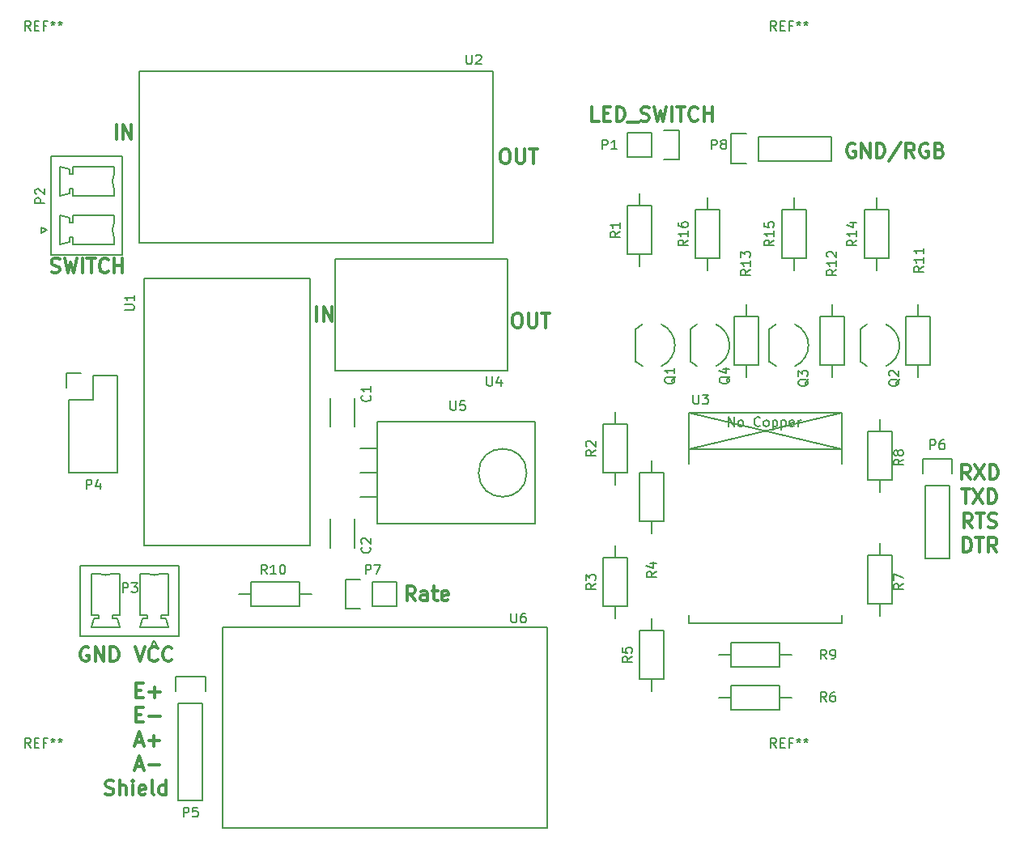
<source format=gbr>
G04 #@! TF.GenerationSoftware,KiCad,Pcbnew,5.0.2-bee76a0~70~ubuntu18.04.1*
G04 #@! TF.CreationDate,2019-05-07T12:57:47+02:00*
G04 #@! TF.ProjectId,pcb_wifi,7063625f-7769-4666-992e-6b696361645f,rev?*
G04 #@! TF.SameCoordinates,Original*
G04 #@! TF.FileFunction,Legend,Top*
G04 #@! TF.FilePolarity,Positive*
%FSLAX46Y46*%
G04 Gerber Fmt 4.6, Leading zero omitted, Abs format (unit mm)*
G04 Created by KiCad (PCBNEW 5.0.2-bee76a0~70~ubuntu18.04.1) date Di 07 Mai 2019 12:57:47 CEST*
%MOMM*%
%LPD*%
G01*
G04 APERTURE LIST*
%ADD10C,0.300000*%
%ADD11C,0.150000*%
%ADD12C,0.152400*%
G04 APERTURE END LIST*
D10*
X122960000Y-72203571D02*
X123245714Y-72203571D01*
X123388571Y-72275000D01*
X123531428Y-72417857D01*
X123602857Y-72703571D01*
X123602857Y-73203571D01*
X123531428Y-73489285D01*
X123388571Y-73632142D01*
X123245714Y-73703571D01*
X122960000Y-73703571D01*
X122817142Y-73632142D01*
X122674285Y-73489285D01*
X122602857Y-73203571D01*
X122602857Y-72703571D01*
X122674285Y-72417857D01*
X122817142Y-72275000D01*
X122960000Y-72203571D01*
X124245714Y-72203571D02*
X124245714Y-73417857D01*
X124317142Y-73560714D01*
X124388571Y-73632142D01*
X124531428Y-73703571D01*
X124817142Y-73703571D01*
X124960000Y-73632142D01*
X125031428Y-73560714D01*
X125102857Y-73417857D01*
X125102857Y-72203571D01*
X125602857Y-72203571D02*
X126460000Y-72203571D01*
X126031428Y-73703571D02*
X126031428Y-72203571D01*
X102084285Y-73068571D02*
X102084285Y-71568571D01*
X102798571Y-73068571D02*
X102798571Y-71568571D01*
X103655714Y-73068571D01*
X103655714Y-71568571D01*
X121690000Y-55058571D02*
X121975714Y-55058571D01*
X122118571Y-55130000D01*
X122261428Y-55272857D01*
X122332857Y-55558571D01*
X122332857Y-56058571D01*
X122261428Y-56344285D01*
X122118571Y-56487142D01*
X121975714Y-56558571D01*
X121690000Y-56558571D01*
X121547142Y-56487142D01*
X121404285Y-56344285D01*
X121332857Y-56058571D01*
X121332857Y-55558571D01*
X121404285Y-55272857D01*
X121547142Y-55130000D01*
X121690000Y-55058571D01*
X122975714Y-55058571D02*
X122975714Y-56272857D01*
X123047142Y-56415714D01*
X123118571Y-56487142D01*
X123261428Y-56558571D01*
X123547142Y-56558571D01*
X123690000Y-56487142D01*
X123761428Y-56415714D01*
X123832857Y-56272857D01*
X123832857Y-55058571D01*
X124332857Y-55058571D02*
X125190000Y-55058571D01*
X124761428Y-56558571D02*
X124761428Y-55058571D01*
X81129285Y-54018571D02*
X81129285Y-52518571D01*
X81843571Y-54018571D02*
X81843571Y-52518571D01*
X82700714Y-54018571D01*
X82700714Y-52518571D01*
X83169285Y-119630000D02*
X83883571Y-119630000D01*
X83026428Y-120058571D02*
X83526428Y-118558571D01*
X84026428Y-120058571D01*
X84526428Y-119487142D02*
X85669285Y-119487142D01*
X83169285Y-117090000D02*
X83883571Y-117090000D01*
X83026428Y-117518571D02*
X83526428Y-116018571D01*
X84026428Y-117518571D01*
X84526428Y-116947142D02*
X85669285Y-116947142D01*
X85097857Y-117518571D02*
X85097857Y-116375714D01*
X83205000Y-114192857D02*
X83705000Y-114192857D01*
X83919285Y-114978571D02*
X83205000Y-114978571D01*
X83205000Y-113478571D01*
X83919285Y-113478571D01*
X84562142Y-114407142D02*
X85705000Y-114407142D01*
X83205000Y-111652857D02*
X83705000Y-111652857D01*
X83919285Y-112438571D02*
X83205000Y-112438571D01*
X83205000Y-110938571D01*
X83919285Y-110938571D01*
X84562142Y-111867142D02*
X85705000Y-111867142D01*
X85133571Y-112438571D02*
X85133571Y-111295714D01*
X80006428Y-122527142D02*
X80220714Y-122598571D01*
X80577857Y-122598571D01*
X80720714Y-122527142D01*
X80792142Y-122455714D01*
X80863571Y-122312857D01*
X80863571Y-122170000D01*
X80792142Y-122027142D01*
X80720714Y-121955714D01*
X80577857Y-121884285D01*
X80292142Y-121812857D01*
X80149285Y-121741428D01*
X80077857Y-121670000D01*
X80006428Y-121527142D01*
X80006428Y-121384285D01*
X80077857Y-121241428D01*
X80149285Y-121170000D01*
X80292142Y-121098571D01*
X80649285Y-121098571D01*
X80863571Y-121170000D01*
X81506428Y-122598571D02*
X81506428Y-121098571D01*
X82149285Y-122598571D02*
X82149285Y-121812857D01*
X82077857Y-121670000D01*
X81935000Y-121598571D01*
X81720714Y-121598571D01*
X81577857Y-121670000D01*
X81506428Y-121741428D01*
X82863571Y-122598571D02*
X82863571Y-121598571D01*
X82863571Y-121098571D02*
X82792142Y-121170000D01*
X82863571Y-121241428D01*
X82935000Y-121170000D01*
X82863571Y-121098571D01*
X82863571Y-121241428D01*
X84149285Y-122527142D02*
X84006428Y-122598571D01*
X83720714Y-122598571D01*
X83577857Y-122527142D01*
X83506428Y-122384285D01*
X83506428Y-121812857D01*
X83577857Y-121670000D01*
X83720714Y-121598571D01*
X84006428Y-121598571D01*
X84149285Y-121670000D01*
X84220714Y-121812857D01*
X84220714Y-121955714D01*
X83506428Y-122098571D01*
X85077857Y-122598571D02*
X84935000Y-122527142D01*
X84863571Y-122384285D01*
X84863571Y-121098571D01*
X86292142Y-122598571D02*
X86292142Y-121098571D01*
X86292142Y-122527142D02*
X86149285Y-122598571D01*
X85863571Y-122598571D01*
X85720714Y-122527142D01*
X85649285Y-122455714D01*
X85577857Y-122312857D01*
X85577857Y-121884285D01*
X85649285Y-121741428D01*
X85720714Y-121670000D01*
X85863571Y-121598571D01*
X86149285Y-121598571D01*
X86292142Y-121670000D01*
X83090000Y-107128571D02*
X83590000Y-108628571D01*
X84090000Y-107128571D01*
X85447142Y-108485714D02*
X85375714Y-108557142D01*
X85161428Y-108628571D01*
X85018571Y-108628571D01*
X84804285Y-108557142D01*
X84661428Y-108414285D01*
X84590000Y-108271428D01*
X84518571Y-107985714D01*
X84518571Y-107771428D01*
X84590000Y-107485714D01*
X84661428Y-107342857D01*
X84804285Y-107200000D01*
X85018571Y-107128571D01*
X85161428Y-107128571D01*
X85375714Y-107200000D01*
X85447142Y-107271428D01*
X86947142Y-108485714D02*
X86875714Y-108557142D01*
X86661428Y-108628571D01*
X86518571Y-108628571D01*
X86304285Y-108557142D01*
X86161428Y-108414285D01*
X86090000Y-108271428D01*
X86018571Y-107985714D01*
X86018571Y-107771428D01*
X86090000Y-107485714D01*
X86161428Y-107342857D01*
X86304285Y-107200000D01*
X86518571Y-107128571D01*
X86661428Y-107128571D01*
X86875714Y-107200000D01*
X86947142Y-107271428D01*
X78232142Y-107200000D02*
X78089285Y-107128571D01*
X77875000Y-107128571D01*
X77660714Y-107200000D01*
X77517857Y-107342857D01*
X77446428Y-107485714D01*
X77375000Y-107771428D01*
X77375000Y-107985714D01*
X77446428Y-108271428D01*
X77517857Y-108414285D01*
X77660714Y-108557142D01*
X77875000Y-108628571D01*
X78017857Y-108628571D01*
X78232142Y-108557142D01*
X78303571Y-108485714D01*
X78303571Y-107985714D01*
X78017857Y-107985714D01*
X78946428Y-108628571D02*
X78946428Y-107128571D01*
X79803571Y-108628571D01*
X79803571Y-107128571D01*
X80517857Y-108628571D02*
X80517857Y-107128571D01*
X80875000Y-107128571D01*
X81089285Y-107200000D01*
X81232142Y-107342857D01*
X81303571Y-107485714D01*
X81375000Y-107771428D01*
X81375000Y-107985714D01*
X81303571Y-108271428D01*
X81232142Y-108414285D01*
X81089285Y-108557142D01*
X80875000Y-108628571D01*
X80517857Y-108628571D01*
X74355000Y-67917142D02*
X74569285Y-67988571D01*
X74926428Y-67988571D01*
X75069285Y-67917142D01*
X75140714Y-67845714D01*
X75212142Y-67702857D01*
X75212142Y-67560000D01*
X75140714Y-67417142D01*
X75069285Y-67345714D01*
X74926428Y-67274285D01*
X74640714Y-67202857D01*
X74497857Y-67131428D01*
X74426428Y-67060000D01*
X74355000Y-66917142D01*
X74355000Y-66774285D01*
X74426428Y-66631428D01*
X74497857Y-66560000D01*
X74640714Y-66488571D01*
X74997857Y-66488571D01*
X75212142Y-66560000D01*
X75712142Y-66488571D02*
X76069285Y-67988571D01*
X76355000Y-66917142D01*
X76640714Y-67988571D01*
X76997857Y-66488571D01*
X77569285Y-67988571D02*
X77569285Y-66488571D01*
X78069285Y-66488571D02*
X78926428Y-66488571D01*
X78497857Y-67988571D02*
X78497857Y-66488571D01*
X80283571Y-67845714D02*
X80212142Y-67917142D01*
X79997857Y-67988571D01*
X79855000Y-67988571D01*
X79640714Y-67917142D01*
X79497857Y-67774285D01*
X79426428Y-67631428D01*
X79355000Y-67345714D01*
X79355000Y-67131428D01*
X79426428Y-66845714D01*
X79497857Y-66702857D01*
X79640714Y-66560000D01*
X79855000Y-66488571D01*
X79997857Y-66488571D01*
X80212142Y-66560000D01*
X80283571Y-66631428D01*
X80926428Y-67988571D02*
X80926428Y-66488571D01*
X80926428Y-67202857D02*
X81783571Y-67202857D01*
X81783571Y-67988571D02*
X81783571Y-66488571D01*
X112379285Y-102278571D02*
X111879285Y-101564285D01*
X111522142Y-102278571D02*
X111522142Y-100778571D01*
X112093571Y-100778571D01*
X112236428Y-100850000D01*
X112307857Y-100921428D01*
X112379285Y-101064285D01*
X112379285Y-101278571D01*
X112307857Y-101421428D01*
X112236428Y-101492857D01*
X112093571Y-101564285D01*
X111522142Y-101564285D01*
X113665000Y-102278571D02*
X113665000Y-101492857D01*
X113593571Y-101350000D01*
X113450714Y-101278571D01*
X113165000Y-101278571D01*
X113022142Y-101350000D01*
X113665000Y-102207142D02*
X113522142Y-102278571D01*
X113165000Y-102278571D01*
X113022142Y-102207142D01*
X112950714Y-102064285D01*
X112950714Y-101921428D01*
X113022142Y-101778571D01*
X113165000Y-101707142D01*
X113522142Y-101707142D01*
X113665000Y-101635714D01*
X114165000Y-101278571D02*
X114736428Y-101278571D01*
X114379285Y-100778571D02*
X114379285Y-102064285D01*
X114450714Y-102207142D01*
X114593571Y-102278571D01*
X114736428Y-102278571D01*
X115807857Y-102207142D02*
X115665000Y-102278571D01*
X115379285Y-102278571D01*
X115236428Y-102207142D01*
X115165000Y-102064285D01*
X115165000Y-101492857D01*
X115236428Y-101350000D01*
X115379285Y-101278571D01*
X115665000Y-101278571D01*
X115807857Y-101350000D01*
X115879285Y-101492857D01*
X115879285Y-101635714D01*
X115165000Y-101778571D01*
X170450000Y-89578571D02*
X169950000Y-88864285D01*
X169592857Y-89578571D02*
X169592857Y-88078571D01*
X170164285Y-88078571D01*
X170307142Y-88150000D01*
X170378571Y-88221428D01*
X170450000Y-88364285D01*
X170450000Y-88578571D01*
X170378571Y-88721428D01*
X170307142Y-88792857D01*
X170164285Y-88864285D01*
X169592857Y-88864285D01*
X170950000Y-88078571D02*
X171950000Y-89578571D01*
X171950000Y-88078571D02*
X170950000Y-89578571D01*
X172521428Y-89578571D02*
X172521428Y-88078571D01*
X172878571Y-88078571D01*
X173092857Y-88150000D01*
X173235714Y-88292857D01*
X173307142Y-88435714D01*
X173378571Y-88721428D01*
X173378571Y-88935714D01*
X173307142Y-89221428D01*
X173235714Y-89364285D01*
X173092857Y-89507142D01*
X172878571Y-89578571D01*
X172521428Y-89578571D01*
X169557142Y-90618571D02*
X170414285Y-90618571D01*
X169985714Y-92118571D02*
X169985714Y-90618571D01*
X170771428Y-90618571D02*
X171771428Y-92118571D01*
X171771428Y-90618571D02*
X170771428Y-92118571D01*
X172342857Y-92118571D02*
X172342857Y-90618571D01*
X172700000Y-90618571D01*
X172914285Y-90690000D01*
X173057142Y-90832857D01*
X173128571Y-90975714D01*
X173200000Y-91261428D01*
X173200000Y-91475714D01*
X173128571Y-91761428D01*
X173057142Y-91904285D01*
X172914285Y-92047142D01*
X172700000Y-92118571D01*
X172342857Y-92118571D01*
X170628571Y-94658571D02*
X170128571Y-93944285D01*
X169771428Y-94658571D02*
X169771428Y-93158571D01*
X170342857Y-93158571D01*
X170485714Y-93230000D01*
X170557142Y-93301428D01*
X170628571Y-93444285D01*
X170628571Y-93658571D01*
X170557142Y-93801428D01*
X170485714Y-93872857D01*
X170342857Y-93944285D01*
X169771428Y-93944285D01*
X171057142Y-93158571D02*
X171914285Y-93158571D01*
X171485714Y-94658571D02*
X171485714Y-93158571D01*
X172342857Y-94587142D02*
X172557142Y-94658571D01*
X172914285Y-94658571D01*
X173057142Y-94587142D01*
X173128571Y-94515714D01*
X173200000Y-94372857D01*
X173200000Y-94230000D01*
X173128571Y-94087142D01*
X173057142Y-94015714D01*
X172914285Y-93944285D01*
X172628571Y-93872857D01*
X172485714Y-93801428D01*
X172414285Y-93730000D01*
X172342857Y-93587142D01*
X172342857Y-93444285D01*
X172414285Y-93301428D01*
X172485714Y-93230000D01*
X172628571Y-93158571D01*
X172985714Y-93158571D01*
X173200000Y-93230000D01*
X169735714Y-97198571D02*
X169735714Y-95698571D01*
X170092857Y-95698571D01*
X170307142Y-95770000D01*
X170450000Y-95912857D01*
X170521428Y-96055714D01*
X170592857Y-96341428D01*
X170592857Y-96555714D01*
X170521428Y-96841428D01*
X170450000Y-96984285D01*
X170307142Y-97127142D01*
X170092857Y-97198571D01*
X169735714Y-97198571D01*
X171021428Y-95698571D02*
X171878571Y-95698571D01*
X171450000Y-97198571D02*
X171450000Y-95698571D01*
X173235714Y-97198571D02*
X172735714Y-96484285D01*
X172378571Y-97198571D02*
X172378571Y-95698571D01*
X172950000Y-95698571D01*
X173092857Y-95770000D01*
X173164285Y-95841428D01*
X173235714Y-95984285D01*
X173235714Y-96198571D01*
X173164285Y-96341428D01*
X173092857Y-96412857D01*
X172950000Y-96484285D01*
X172378571Y-96484285D01*
X158381428Y-54495000D02*
X158238571Y-54423571D01*
X158024285Y-54423571D01*
X157810000Y-54495000D01*
X157667142Y-54637857D01*
X157595714Y-54780714D01*
X157524285Y-55066428D01*
X157524285Y-55280714D01*
X157595714Y-55566428D01*
X157667142Y-55709285D01*
X157810000Y-55852142D01*
X158024285Y-55923571D01*
X158167142Y-55923571D01*
X158381428Y-55852142D01*
X158452857Y-55780714D01*
X158452857Y-55280714D01*
X158167142Y-55280714D01*
X159095714Y-55923571D02*
X159095714Y-54423571D01*
X159952857Y-55923571D01*
X159952857Y-54423571D01*
X160667142Y-55923571D02*
X160667142Y-54423571D01*
X161024285Y-54423571D01*
X161238571Y-54495000D01*
X161381428Y-54637857D01*
X161452857Y-54780714D01*
X161524285Y-55066428D01*
X161524285Y-55280714D01*
X161452857Y-55566428D01*
X161381428Y-55709285D01*
X161238571Y-55852142D01*
X161024285Y-55923571D01*
X160667142Y-55923571D01*
X163238571Y-54352142D02*
X161952857Y-56280714D01*
X164595714Y-55923571D02*
X164095714Y-55209285D01*
X163738571Y-55923571D02*
X163738571Y-54423571D01*
X164310000Y-54423571D01*
X164452857Y-54495000D01*
X164524285Y-54566428D01*
X164595714Y-54709285D01*
X164595714Y-54923571D01*
X164524285Y-55066428D01*
X164452857Y-55137857D01*
X164310000Y-55209285D01*
X163738571Y-55209285D01*
X166024285Y-54495000D02*
X165881428Y-54423571D01*
X165667142Y-54423571D01*
X165452857Y-54495000D01*
X165310000Y-54637857D01*
X165238571Y-54780714D01*
X165167142Y-55066428D01*
X165167142Y-55280714D01*
X165238571Y-55566428D01*
X165310000Y-55709285D01*
X165452857Y-55852142D01*
X165667142Y-55923571D01*
X165810000Y-55923571D01*
X166024285Y-55852142D01*
X166095714Y-55780714D01*
X166095714Y-55280714D01*
X165810000Y-55280714D01*
X167238571Y-55137857D02*
X167452857Y-55209285D01*
X167524285Y-55280714D01*
X167595714Y-55423571D01*
X167595714Y-55637857D01*
X167524285Y-55780714D01*
X167452857Y-55852142D01*
X167310000Y-55923571D01*
X166738571Y-55923571D01*
X166738571Y-54423571D01*
X167238571Y-54423571D01*
X167381428Y-54495000D01*
X167452857Y-54566428D01*
X167524285Y-54709285D01*
X167524285Y-54852142D01*
X167452857Y-54995000D01*
X167381428Y-55066428D01*
X167238571Y-55137857D01*
X166738571Y-55137857D01*
X131588571Y-52113571D02*
X130874285Y-52113571D01*
X130874285Y-50613571D01*
X132088571Y-51327857D02*
X132588571Y-51327857D01*
X132802857Y-52113571D02*
X132088571Y-52113571D01*
X132088571Y-50613571D01*
X132802857Y-50613571D01*
X133445714Y-52113571D02*
X133445714Y-50613571D01*
X133802857Y-50613571D01*
X134017142Y-50685000D01*
X134160000Y-50827857D01*
X134231428Y-50970714D01*
X134302857Y-51256428D01*
X134302857Y-51470714D01*
X134231428Y-51756428D01*
X134160000Y-51899285D01*
X134017142Y-52042142D01*
X133802857Y-52113571D01*
X133445714Y-52113571D01*
X134588571Y-52256428D02*
X135731428Y-52256428D01*
X136017142Y-52042142D02*
X136231428Y-52113571D01*
X136588571Y-52113571D01*
X136731428Y-52042142D01*
X136802857Y-51970714D01*
X136874285Y-51827857D01*
X136874285Y-51685000D01*
X136802857Y-51542142D01*
X136731428Y-51470714D01*
X136588571Y-51399285D01*
X136302857Y-51327857D01*
X136160000Y-51256428D01*
X136088571Y-51185000D01*
X136017142Y-51042142D01*
X136017142Y-50899285D01*
X136088571Y-50756428D01*
X136160000Y-50685000D01*
X136302857Y-50613571D01*
X136660000Y-50613571D01*
X136874285Y-50685000D01*
X137374285Y-50613571D02*
X137731428Y-52113571D01*
X138017142Y-51042142D01*
X138302857Y-52113571D01*
X138660000Y-50613571D01*
X139231428Y-52113571D02*
X139231428Y-50613571D01*
X139731428Y-50613571D02*
X140588571Y-50613571D01*
X140160000Y-52113571D02*
X140160000Y-50613571D01*
X141945714Y-51970714D02*
X141874285Y-52042142D01*
X141660000Y-52113571D01*
X141517142Y-52113571D01*
X141302857Y-52042142D01*
X141160000Y-51899285D01*
X141088571Y-51756428D01*
X141017142Y-51470714D01*
X141017142Y-51256428D01*
X141088571Y-50970714D01*
X141160000Y-50827857D01*
X141302857Y-50685000D01*
X141517142Y-50613571D01*
X141660000Y-50613571D01*
X141874285Y-50685000D01*
X141945714Y-50756428D01*
X142588571Y-52113571D02*
X142588571Y-50613571D01*
X142588571Y-51327857D02*
X143445714Y-51327857D01*
X143445714Y-52113571D02*
X143445714Y-50613571D01*
D11*
G04 #@! TO.C,U5*
X108458000Y-88900000D02*
X108458000Y-94234000D01*
X108458000Y-88900000D02*
X108458000Y-83566000D01*
X116967000Y-83566000D02*
X108458000Y-83566000D01*
X108458000Y-94234000D02*
X116967000Y-94234000D01*
X124968000Y-83566000D02*
X116967000Y-83566000D01*
X124968000Y-94234000D02*
X124968000Y-83566000D01*
X116967000Y-94234000D02*
X124968000Y-94234000D01*
X108458000Y-91440000D02*
X106680000Y-91440000D01*
X108458000Y-88900000D02*
X106680000Y-88900000D01*
X108458000Y-86360000D02*
X106680000Y-86360000D01*
X124053472Y-88900000D02*
G75*
G03X124053472Y-88900000I-2514472J0D01*
G01*
G04 #@! TO.C,C1*
X103525000Y-84070000D02*
X103525000Y-81070000D01*
X106025000Y-81070000D02*
X106025000Y-84070000D01*
G04 #@! TO.C,C2*
X103525000Y-96730000D02*
X103525000Y-93730000D01*
X106025000Y-93730000D02*
X106025000Y-96730000D01*
G04 #@! TO.C,P1*
X134620000Y-53340000D02*
X134620000Y-55880000D01*
X137160000Y-53340000D02*
X134620000Y-53340000D01*
X139980000Y-53060000D02*
X139980000Y-56160000D01*
X138430000Y-53060000D02*
X139980000Y-53060000D01*
X137160000Y-55880000D02*
X137160000Y-53340000D01*
X139980000Y-56160000D02*
X138430000Y-56160000D01*
X137160000Y-55880000D02*
X134620000Y-55880000D01*
G04 #@! TO.C,P4*
X76200000Y-81280000D02*
X76200000Y-88900000D01*
X76200000Y-88900000D02*
X81280000Y-88900000D01*
X81280000Y-88900000D02*
X81280000Y-78740000D01*
X81280000Y-78740000D02*
X78740000Y-78740000D01*
X77470000Y-78460000D02*
X75920000Y-78460000D01*
X78740000Y-78740000D02*
X78740000Y-81280000D01*
X78740000Y-81280000D02*
X76200000Y-81280000D01*
X75920000Y-78460000D02*
X75920000Y-80010000D01*
G04 #@! TO.C,P5*
X87350000Y-111760000D02*
X87350000Y-110210000D01*
X87350000Y-110210000D02*
X90450000Y-110210000D01*
X90450000Y-110210000D02*
X90450000Y-111760000D01*
X90170000Y-113030000D02*
X90170000Y-123190000D01*
X90170000Y-123190000D02*
X87630000Y-123190000D01*
X87630000Y-123190000D02*
X87630000Y-113030000D01*
X90170000Y-113030000D02*
X87630000Y-113030000D01*
G04 #@! TO.C,P6*
X165730000Y-90270000D02*
X165730000Y-97890000D01*
X168270000Y-90270000D02*
X168270000Y-97890000D01*
X168550000Y-87450000D02*
X168550000Y-89000000D01*
X165730000Y-97890000D02*
X168270000Y-97890000D01*
X168270000Y-90270000D02*
X165730000Y-90270000D01*
X165450000Y-89000000D02*
X165450000Y-87450000D01*
X165450000Y-87450000D02*
X168550000Y-87450000D01*
G04 #@! TO.C,P7*
X107950000Y-100330000D02*
X110490000Y-100330000D01*
X105130000Y-100050000D02*
X106680000Y-100050000D01*
X107950000Y-100330000D02*
X107950000Y-102870000D01*
X106680000Y-103150000D02*
X105130000Y-103150000D01*
X105130000Y-103150000D02*
X105130000Y-100050000D01*
X107950000Y-102870000D02*
X110490000Y-102870000D01*
X110490000Y-102870000D02*
X110490000Y-100330000D01*
G04 #@! TO.C,P8*
X145450000Y-56550000D02*
X145450000Y-53450000D01*
X147000000Y-56550000D02*
X145450000Y-56550000D01*
X148270000Y-53730000D02*
X148270000Y-56270000D01*
X155890000Y-56270000D02*
X155890000Y-53730000D01*
X145450000Y-53450000D02*
X147000000Y-53450000D01*
X148270000Y-53730000D02*
X155890000Y-53730000D01*
X148270000Y-56270000D02*
X155890000Y-56270000D01*
G04 #@! TO.C,R1*
X135890000Y-60960000D02*
X135890000Y-59690000D01*
X135890000Y-66040000D02*
X135890000Y-67310000D01*
X137160000Y-66040000D02*
X134620000Y-66040000D01*
X137160000Y-60960000D02*
X137160000Y-66040000D01*
X134620000Y-60960000D02*
X137160000Y-60960000D01*
X134620000Y-66040000D02*
X134620000Y-60960000D01*
G04 #@! TO.C,R2*
X133350000Y-83820000D02*
X133350000Y-82550000D01*
X133350000Y-88900000D02*
X133350000Y-90170000D01*
X134620000Y-88900000D02*
X132080000Y-88900000D01*
X134620000Y-83820000D02*
X134620000Y-88900000D01*
X132080000Y-83820000D02*
X134620000Y-83820000D01*
X132080000Y-88900000D02*
X132080000Y-83820000D01*
G04 #@! TO.C,R3*
X132080000Y-102870000D02*
X132080000Y-97790000D01*
X132080000Y-97790000D02*
X134620000Y-97790000D01*
X134620000Y-97790000D02*
X134620000Y-102870000D01*
X134620000Y-102870000D02*
X132080000Y-102870000D01*
X133350000Y-102870000D02*
X133350000Y-104140000D01*
X133350000Y-97790000D02*
X133350000Y-96520000D01*
G04 #@! TO.C,R4*
X138430000Y-88900000D02*
X138430000Y-93980000D01*
X138430000Y-93980000D02*
X135890000Y-93980000D01*
X135890000Y-93980000D02*
X135890000Y-88900000D01*
X135890000Y-88900000D02*
X138430000Y-88900000D01*
X137160000Y-88900000D02*
X137160000Y-87630000D01*
X137160000Y-93980000D02*
X137160000Y-95250000D01*
G04 #@! TO.C,R5*
X138430000Y-105410000D02*
X138430000Y-110490000D01*
X138430000Y-110490000D02*
X135890000Y-110490000D01*
X135890000Y-110490000D02*
X135890000Y-105410000D01*
X135890000Y-105410000D02*
X138430000Y-105410000D01*
X137160000Y-105410000D02*
X137160000Y-104140000D01*
X137160000Y-110490000D02*
X137160000Y-111760000D01*
G04 #@! TO.C,R6*
X150495000Y-112395000D02*
X151765000Y-112395000D01*
X145415000Y-112395000D02*
X144145000Y-112395000D01*
X145415000Y-113665000D02*
X145415000Y-111125000D01*
X150495000Y-113665000D02*
X145415000Y-113665000D01*
X150495000Y-111125000D02*
X150495000Y-113665000D01*
X145415000Y-111125000D02*
X150495000Y-111125000D01*
G04 #@! TO.C,R7*
X161000000Y-102620000D02*
X161000000Y-103890000D01*
X161000000Y-97540000D02*
X161000000Y-96270000D01*
X159730000Y-97540000D02*
X162270000Y-97540000D01*
X159730000Y-102620000D02*
X159730000Y-97540000D01*
X162270000Y-102620000D02*
X159730000Y-102620000D01*
X162270000Y-97540000D02*
X162270000Y-102620000D01*
G04 #@! TO.C,R8*
X162270000Y-84540000D02*
X162270000Y-89620000D01*
X162270000Y-89620000D02*
X159730000Y-89620000D01*
X159730000Y-89620000D02*
X159730000Y-84540000D01*
X159730000Y-84540000D02*
X162270000Y-84540000D01*
X161000000Y-84540000D02*
X161000000Y-83270000D01*
X161000000Y-89620000D02*
X161000000Y-90890000D01*
G04 #@! TO.C,R9*
X145415000Y-106680000D02*
X150495000Y-106680000D01*
X150495000Y-106680000D02*
X150495000Y-109220000D01*
X150495000Y-109220000D02*
X145415000Y-109220000D01*
X145415000Y-109220000D02*
X145415000Y-106680000D01*
X145415000Y-107950000D02*
X144145000Y-107950000D01*
X150495000Y-107950000D02*
X151765000Y-107950000D01*
G04 #@! TO.C,R10*
X95250000Y-101600000D02*
X93980000Y-101600000D01*
X100330000Y-101600000D02*
X101600000Y-101600000D01*
X100330000Y-100330000D02*
X100330000Y-102870000D01*
X95250000Y-100330000D02*
X100330000Y-100330000D01*
X95250000Y-102870000D02*
X95250000Y-100330000D01*
X100330000Y-102870000D02*
X95250000Y-102870000D01*
G04 #@! TO.C,R11*
X165000000Y-77620000D02*
X165000000Y-78890000D01*
X165000000Y-72540000D02*
X165000000Y-71270000D01*
X163730000Y-72540000D02*
X166270000Y-72540000D01*
X163730000Y-77620000D02*
X163730000Y-72540000D01*
X166270000Y-77620000D02*
X163730000Y-77620000D01*
X166270000Y-72540000D02*
X166270000Y-77620000D01*
G04 #@! TO.C,R12*
X157270000Y-72540000D02*
X157270000Y-77620000D01*
X157270000Y-77620000D02*
X154730000Y-77620000D01*
X154730000Y-77620000D02*
X154730000Y-72540000D01*
X154730000Y-72540000D02*
X157270000Y-72540000D01*
X156000000Y-72540000D02*
X156000000Y-71270000D01*
X156000000Y-77620000D02*
X156000000Y-78890000D01*
G04 #@! TO.C,R13*
X148270000Y-72540000D02*
X148270000Y-77620000D01*
X148270000Y-77620000D02*
X145730000Y-77620000D01*
X145730000Y-77620000D02*
X145730000Y-72540000D01*
X145730000Y-72540000D02*
X148270000Y-72540000D01*
X147000000Y-72540000D02*
X147000000Y-71270000D01*
X147000000Y-77620000D02*
X147000000Y-78890000D01*
G04 #@! TO.C,R14*
X159385000Y-66460000D02*
X159385000Y-61380000D01*
X159385000Y-61380000D02*
X161925000Y-61380000D01*
X161925000Y-61380000D02*
X161925000Y-66460000D01*
X161925000Y-66460000D02*
X159385000Y-66460000D01*
X160655000Y-66460000D02*
X160655000Y-67730000D01*
X160655000Y-61380000D02*
X160655000Y-60110000D01*
G04 #@! TO.C,R15*
X152000000Y-61380000D02*
X152000000Y-60110000D01*
X152000000Y-66460000D02*
X152000000Y-67730000D01*
X153270000Y-66460000D02*
X150730000Y-66460000D01*
X153270000Y-61380000D02*
X153270000Y-66460000D01*
X150730000Y-61380000D02*
X153270000Y-61380000D01*
X150730000Y-66460000D02*
X150730000Y-61380000D01*
G04 #@! TO.C,R16*
X143000000Y-61380000D02*
X143000000Y-60110000D01*
X143000000Y-66460000D02*
X143000000Y-67730000D01*
X144270000Y-66460000D02*
X141730000Y-66460000D01*
X144270000Y-61380000D02*
X144270000Y-66460000D01*
X141730000Y-61380000D02*
X144270000Y-61380000D01*
X141730000Y-66460000D02*
X141730000Y-61380000D01*
G04 #@! TO.C,U1*
X84060000Y-96500000D02*
X84060000Y-68600000D01*
X101360000Y-96500000D02*
X101360000Y-68600000D01*
X84060000Y-96500000D02*
X101360000Y-96500000D01*
X84060000Y-68600000D02*
X101360000Y-68600000D01*
G04 #@! TO.C,U2*
X83500000Y-46880000D02*
X120500000Y-46880000D01*
X83500000Y-46880000D02*
X83500000Y-64880000D01*
X83500000Y-64880000D02*
X120500000Y-64880000D01*
X120500000Y-46880000D02*
X120500000Y-64880000D01*
D12*
G04 #@! TO.C,U3*
X141000000Y-82600000D02*
X157000000Y-82600000D01*
X157000000Y-82600000D02*
X157000000Y-88000000D01*
X141000000Y-82600000D02*
X141000000Y-88000000D01*
X141000000Y-103800000D02*
X141000000Y-104600000D01*
X141000000Y-104600000D02*
X157000000Y-104600000D01*
X157000000Y-104600000D02*
X157000000Y-103800000D01*
X157000000Y-82600000D02*
X141000000Y-86400000D01*
X141000000Y-82600000D02*
X157000000Y-86400000D01*
X140992000Y-86400000D02*
X156992000Y-86400000D01*
D11*
G04 #@! TO.C,U4*
X122030000Y-78215000D02*
X104030000Y-78215000D01*
X122030000Y-78215000D02*
X122030000Y-66565000D01*
X122030000Y-66565000D02*
X104030000Y-66565000D01*
X104030000Y-66565000D02*
X104030000Y-78215000D01*
G04 #@! TO.C,U6*
X92220000Y-105070000D02*
X126220000Y-105070000D01*
X92220000Y-105070000D02*
X92220000Y-126070000D01*
X126220000Y-105070000D02*
X126220000Y-126070000D01*
X92220000Y-126070000D02*
X126220000Y-126070000D01*
G04 #@! TO.C,P2*
X73290000Y-63800000D02*
X73890000Y-63500000D01*
X73290000Y-63200000D02*
X73290000Y-63800000D01*
X73890000Y-63500000D02*
X73290000Y-63200000D01*
X80890000Y-56920000D02*
X80890000Y-57670000D01*
X76590000Y-56920000D02*
X80890000Y-56920000D01*
X76590000Y-57670000D02*
X76590000Y-56920000D01*
X76590000Y-57670000D02*
X76590000Y-57670000D01*
X76240000Y-57670000D02*
X76590000Y-57670000D01*
X76240000Y-57170000D02*
X76240000Y-57670000D01*
X75240000Y-56920000D02*
X76240000Y-57170000D01*
X75240000Y-59920000D02*
X75240000Y-56920000D01*
X76240000Y-59670000D02*
X75240000Y-59920000D01*
X76240000Y-59170000D02*
X76240000Y-59670000D01*
X76590000Y-59170000D02*
X76240000Y-59170000D01*
X76590000Y-59920000D02*
X76590000Y-59170000D01*
X80890000Y-59920000D02*
X76590000Y-59920000D01*
X80890000Y-59170000D02*
X80890000Y-59920000D01*
X80890000Y-62000000D02*
X80890000Y-62750000D01*
X76590000Y-62000000D02*
X80890000Y-62000000D01*
X76590000Y-62750000D02*
X76590000Y-62000000D01*
X76590000Y-62750000D02*
X76590000Y-62750000D01*
X76240000Y-62750000D02*
X76590000Y-62750000D01*
X76240000Y-62250000D02*
X76240000Y-62750000D01*
X75240000Y-62000000D02*
X76240000Y-62250000D01*
X75240000Y-65000000D02*
X75240000Y-62000000D01*
X76240000Y-64750000D02*
X75240000Y-65000000D01*
X76240000Y-64250000D02*
X76240000Y-64750000D01*
X76590000Y-64250000D02*
X76240000Y-64250000D01*
X76590000Y-65000000D02*
X76590000Y-64250000D01*
X80890000Y-65000000D02*
X76590000Y-65000000D01*
X80890000Y-64250000D02*
X80890000Y-65000000D01*
X74310000Y-55800000D02*
X74310000Y-66120000D01*
X81720000Y-55800000D02*
X74310000Y-55800000D01*
X81720000Y-66120000D02*
X81720000Y-55800000D01*
X74310000Y-66120000D02*
X81720000Y-66120000D01*
X80889845Y-57670353D02*
G75*
G03X80890000Y-59170000I1700155J-749647D01*
G01*
X80889845Y-62750353D02*
G75*
G03X80890000Y-64250000I1700155J-749647D01*
G01*
G04 #@! TO.C,P3*
X84340353Y-99450155D02*
G75*
G03X85840000Y-99450000I749647J1700155D01*
G01*
X79260353Y-99450155D02*
G75*
G03X80760000Y-99450000I749647J1700155D01*
G01*
X87710000Y-106030000D02*
X87710000Y-98620000D01*
X87710000Y-98620000D02*
X77390000Y-98620000D01*
X77390000Y-98620000D02*
X77390000Y-106030000D01*
X77390000Y-106030000D02*
X87710000Y-106030000D01*
X85840000Y-99450000D02*
X86590000Y-99450000D01*
X86590000Y-99450000D02*
X86590000Y-103750000D01*
X86590000Y-103750000D02*
X85840000Y-103750000D01*
X85840000Y-103750000D02*
X85840000Y-104100000D01*
X85840000Y-104100000D02*
X86340000Y-104100000D01*
X86340000Y-104100000D02*
X86590000Y-105100000D01*
X86590000Y-105100000D02*
X83590000Y-105100000D01*
X83590000Y-105100000D02*
X83840000Y-104100000D01*
X83840000Y-104100000D02*
X84340000Y-104100000D01*
X84340000Y-104100000D02*
X84340000Y-103750000D01*
X84340000Y-103750000D02*
X84340000Y-103750000D01*
X84340000Y-103750000D02*
X83590000Y-103750000D01*
X83590000Y-103750000D02*
X83590000Y-99450000D01*
X83590000Y-99450000D02*
X84340000Y-99450000D01*
X80760000Y-99450000D02*
X81510000Y-99450000D01*
X81510000Y-99450000D02*
X81510000Y-103750000D01*
X81510000Y-103750000D02*
X80760000Y-103750000D01*
X80760000Y-103750000D02*
X80760000Y-104100000D01*
X80760000Y-104100000D02*
X81260000Y-104100000D01*
X81260000Y-104100000D02*
X81510000Y-105100000D01*
X81510000Y-105100000D02*
X78510000Y-105100000D01*
X78510000Y-105100000D02*
X78760000Y-104100000D01*
X78760000Y-104100000D02*
X79260000Y-104100000D01*
X79260000Y-104100000D02*
X79260000Y-103750000D01*
X79260000Y-103750000D02*
X79260000Y-103750000D01*
X79260000Y-103750000D02*
X78510000Y-103750000D01*
X78510000Y-103750000D02*
X78510000Y-99450000D01*
X78510000Y-99450000D02*
X79260000Y-99450000D01*
X85090000Y-106450000D02*
X84790000Y-107050000D01*
X84790000Y-107050000D02*
X85390000Y-107050000D01*
X85390000Y-107050000D02*
X85090000Y-106450000D01*
G04 #@! TO.C,Q1*
X136163010Y-73377305D02*
G75*
G03X135460000Y-73865000I996990J-2187695D01*
G01*
X136163010Y-77752695D02*
G75*
G02X135460000Y-77265000I996990J2187695D01*
G01*
X135460000Y-73865000D02*
X135460000Y-77265000D01*
X138153127Y-73380121D02*
G75*
G02X139560000Y-75565000I-993127J-2184879D01*
G01*
X138153127Y-77749879D02*
G75*
G03X139560000Y-75565000I-993127J2184879D01*
G01*
G04 #@! TO.C,Q2*
X161648127Y-77749879D02*
G75*
G03X163055000Y-75565000I-993127J2184879D01*
G01*
X161648127Y-73380121D02*
G75*
G02X163055000Y-75565000I-993127J-2184879D01*
G01*
X158955000Y-73865000D02*
X158955000Y-77265000D01*
X159658010Y-77752695D02*
G75*
G02X158955000Y-77265000I996990J2187695D01*
G01*
X159658010Y-73377305D02*
G75*
G03X158955000Y-73865000I996990J-2187695D01*
G01*
G04 #@! TO.C,Q3*
X150133010Y-73377305D02*
G75*
G03X149430000Y-73865000I996990J-2187695D01*
G01*
X150133010Y-77752695D02*
G75*
G02X149430000Y-77265000I996990J2187695D01*
G01*
X149430000Y-73865000D02*
X149430000Y-77265000D01*
X152123127Y-73380121D02*
G75*
G02X153530000Y-75565000I-993127J-2184879D01*
G01*
X152123127Y-77749879D02*
G75*
G03X153530000Y-75565000I-993127J2184879D01*
G01*
G04 #@! TO.C,Q4*
X143868127Y-77749879D02*
G75*
G03X145275000Y-75565000I-993127J2184879D01*
G01*
X143868127Y-73380121D02*
G75*
G02X145275000Y-75565000I-993127J-2184879D01*
G01*
X141175000Y-73865000D02*
X141175000Y-77265000D01*
X141878010Y-77752695D02*
G75*
G02X141175000Y-77265000I996990J2187695D01*
G01*
X141878010Y-73377305D02*
G75*
G03X141175000Y-73865000I996990J-2187695D01*
G01*
G04 #@! TO.C,U5*
X116078095Y-81367380D02*
X116078095Y-82176904D01*
X116125714Y-82272142D01*
X116173333Y-82319761D01*
X116268571Y-82367380D01*
X116459047Y-82367380D01*
X116554285Y-82319761D01*
X116601904Y-82272142D01*
X116649523Y-82176904D01*
X116649523Y-81367380D01*
X117601904Y-81367380D02*
X117125714Y-81367380D01*
X117078095Y-81843571D01*
X117125714Y-81795952D01*
X117220952Y-81748333D01*
X117459047Y-81748333D01*
X117554285Y-81795952D01*
X117601904Y-81843571D01*
X117649523Y-81938809D01*
X117649523Y-82176904D01*
X117601904Y-82272142D01*
X117554285Y-82319761D01*
X117459047Y-82367380D01*
X117220952Y-82367380D01*
X117125714Y-82319761D01*
X117078095Y-82272142D01*
G04 #@! TO.C,C1*
X107672142Y-80811666D02*
X107719761Y-80859285D01*
X107767380Y-81002142D01*
X107767380Y-81097380D01*
X107719761Y-81240238D01*
X107624523Y-81335476D01*
X107529285Y-81383095D01*
X107338809Y-81430714D01*
X107195952Y-81430714D01*
X107005476Y-81383095D01*
X106910238Y-81335476D01*
X106815000Y-81240238D01*
X106767380Y-81097380D01*
X106767380Y-81002142D01*
X106815000Y-80859285D01*
X106862619Y-80811666D01*
X107767380Y-79859285D02*
X107767380Y-80430714D01*
X107767380Y-80145000D02*
X106767380Y-80145000D01*
X106910238Y-80240238D01*
X107005476Y-80335476D01*
X107053095Y-80430714D01*
G04 #@! TO.C,C2*
X107632142Y-96686666D02*
X107679761Y-96734285D01*
X107727380Y-96877142D01*
X107727380Y-96972380D01*
X107679761Y-97115238D01*
X107584523Y-97210476D01*
X107489285Y-97258095D01*
X107298809Y-97305714D01*
X107155952Y-97305714D01*
X106965476Y-97258095D01*
X106870238Y-97210476D01*
X106775000Y-97115238D01*
X106727380Y-96972380D01*
X106727380Y-96877142D01*
X106775000Y-96734285D01*
X106822619Y-96686666D01*
X106822619Y-96305714D02*
X106775000Y-96258095D01*
X106727380Y-96162857D01*
X106727380Y-95924761D01*
X106775000Y-95829523D01*
X106822619Y-95781904D01*
X106917857Y-95734285D01*
X107013095Y-95734285D01*
X107155952Y-95781904D01*
X107727380Y-96353333D01*
X107727380Y-95734285D01*
G04 #@! TO.C,P1*
X131976904Y-55062380D02*
X131976904Y-54062380D01*
X132357857Y-54062380D01*
X132453095Y-54110000D01*
X132500714Y-54157619D01*
X132548333Y-54252857D01*
X132548333Y-54395714D01*
X132500714Y-54490952D01*
X132453095Y-54538571D01*
X132357857Y-54586190D01*
X131976904Y-54586190D01*
X133500714Y-55062380D02*
X132929285Y-55062380D01*
X133215000Y-55062380D02*
X133215000Y-54062380D01*
X133119761Y-54205238D01*
X133024523Y-54300476D01*
X132929285Y-54348095D01*
G04 #@! TO.C,P4*
X78001904Y-90622380D02*
X78001904Y-89622380D01*
X78382857Y-89622380D01*
X78478095Y-89670000D01*
X78525714Y-89717619D01*
X78573333Y-89812857D01*
X78573333Y-89955714D01*
X78525714Y-90050952D01*
X78478095Y-90098571D01*
X78382857Y-90146190D01*
X78001904Y-90146190D01*
X79430476Y-89955714D02*
X79430476Y-90622380D01*
X79192380Y-89574761D02*
X78954285Y-90289047D01*
X79573333Y-90289047D01*
G04 #@! TO.C,P5*
X88161904Y-124912380D02*
X88161904Y-123912380D01*
X88542857Y-123912380D01*
X88638095Y-123960000D01*
X88685714Y-124007619D01*
X88733333Y-124102857D01*
X88733333Y-124245714D01*
X88685714Y-124340952D01*
X88638095Y-124388571D01*
X88542857Y-124436190D01*
X88161904Y-124436190D01*
X89638095Y-123912380D02*
X89161904Y-123912380D01*
X89114285Y-124388571D01*
X89161904Y-124340952D01*
X89257142Y-124293333D01*
X89495238Y-124293333D01*
X89590476Y-124340952D01*
X89638095Y-124388571D01*
X89685714Y-124483809D01*
X89685714Y-124721904D01*
X89638095Y-124817142D01*
X89590476Y-124864761D01*
X89495238Y-124912380D01*
X89257142Y-124912380D01*
X89161904Y-124864761D01*
X89114285Y-124817142D01*
G04 #@! TO.C,P6*
X166261904Y-86452380D02*
X166261904Y-85452380D01*
X166642857Y-85452380D01*
X166738095Y-85500000D01*
X166785714Y-85547619D01*
X166833333Y-85642857D01*
X166833333Y-85785714D01*
X166785714Y-85880952D01*
X166738095Y-85928571D01*
X166642857Y-85976190D01*
X166261904Y-85976190D01*
X167690476Y-85452380D02*
X167500000Y-85452380D01*
X167404761Y-85500000D01*
X167357142Y-85547619D01*
X167261904Y-85690476D01*
X167214285Y-85880952D01*
X167214285Y-86261904D01*
X167261904Y-86357142D01*
X167309523Y-86404761D01*
X167404761Y-86452380D01*
X167595238Y-86452380D01*
X167690476Y-86404761D01*
X167738095Y-86357142D01*
X167785714Y-86261904D01*
X167785714Y-86023809D01*
X167738095Y-85928571D01*
X167690476Y-85880952D01*
X167595238Y-85833333D01*
X167404761Y-85833333D01*
X167309523Y-85880952D01*
X167261904Y-85928571D01*
X167214285Y-86023809D01*
G04 #@! TO.C,P7*
X107211904Y-99512380D02*
X107211904Y-98512380D01*
X107592857Y-98512380D01*
X107688095Y-98560000D01*
X107735714Y-98607619D01*
X107783333Y-98702857D01*
X107783333Y-98845714D01*
X107735714Y-98940952D01*
X107688095Y-98988571D01*
X107592857Y-99036190D01*
X107211904Y-99036190D01*
X108116666Y-98512380D02*
X108783333Y-98512380D01*
X108354761Y-99512380D01*
G04 #@! TO.C,P8*
X143406904Y-55062380D02*
X143406904Y-54062380D01*
X143787857Y-54062380D01*
X143883095Y-54110000D01*
X143930714Y-54157619D01*
X143978333Y-54252857D01*
X143978333Y-54395714D01*
X143930714Y-54490952D01*
X143883095Y-54538571D01*
X143787857Y-54586190D01*
X143406904Y-54586190D01*
X144549761Y-54490952D02*
X144454523Y-54443333D01*
X144406904Y-54395714D01*
X144359285Y-54300476D01*
X144359285Y-54252857D01*
X144406904Y-54157619D01*
X144454523Y-54110000D01*
X144549761Y-54062380D01*
X144740238Y-54062380D01*
X144835476Y-54110000D01*
X144883095Y-54157619D01*
X144930714Y-54252857D01*
X144930714Y-54300476D01*
X144883095Y-54395714D01*
X144835476Y-54443333D01*
X144740238Y-54490952D01*
X144549761Y-54490952D01*
X144454523Y-54538571D01*
X144406904Y-54586190D01*
X144359285Y-54681428D01*
X144359285Y-54871904D01*
X144406904Y-54967142D01*
X144454523Y-55014761D01*
X144549761Y-55062380D01*
X144740238Y-55062380D01*
X144835476Y-55014761D01*
X144883095Y-54967142D01*
X144930714Y-54871904D01*
X144930714Y-54681428D01*
X144883095Y-54586190D01*
X144835476Y-54538571D01*
X144740238Y-54490952D01*
G04 #@! TO.C,R1*
X133802380Y-63666666D02*
X133326190Y-64000000D01*
X133802380Y-64238095D02*
X132802380Y-64238095D01*
X132802380Y-63857142D01*
X132850000Y-63761904D01*
X132897619Y-63714285D01*
X132992857Y-63666666D01*
X133135714Y-63666666D01*
X133230952Y-63714285D01*
X133278571Y-63761904D01*
X133326190Y-63857142D01*
X133326190Y-64238095D01*
X133802380Y-62714285D02*
X133802380Y-63285714D01*
X133802380Y-63000000D02*
X132802380Y-63000000D01*
X132945238Y-63095238D01*
X133040476Y-63190476D01*
X133088095Y-63285714D01*
G04 #@! TO.C,R2*
X131262380Y-86526666D02*
X130786190Y-86860000D01*
X131262380Y-87098095D02*
X130262380Y-87098095D01*
X130262380Y-86717142D01*
X130310000Y-86621904D01*
X130357619Y-86574285D01*
X130452857Y-86526666D01*
X130595714Y-86526666D01*
X130690952Y-86574285D01*
X130738571Y-86621904D01*
X130786190Y-86717142D01*
X130786190Y-87098095D01*
X130357619Y-86145714D02*
X130310000Y-86098095D01*
X130262380Y-86002857D01*
X130262380Y-85764761D01*
X130310000Y-85669523D01*
X130357619Y-85621904D01*
X130452857Y-85574285D01*
X130548095Y-85574285D01*
X130690952Y-85621904D01*
X131262380Y-86193333D01*
X131262380Y-85574285D01*
G04 #@! TO.C,R3*
X131262380Y-100496666D02*
X130786190Y-100830000D01*
X131262380Y-101068095D02*
X130262380Y-101068095D01*
X130262380Y-100687142D01*
X130310000Y-100591904D01*
X130357619Y-100544285D01*
X130452857Y-100496666D01*
X130595714Y-100496666D01*
X130690952Y-100544285D01*
X130738571Y-100591904D01*
X130786190Y-100687142D01*
X130786190Y-101068095D01*
X130262380Y-100163333D02*
X130262380Y-99544285D01*
X130643333Y-99877619D01*
X130643333Y-99734761D01*
X130690952Y-99639523D01*
X130738571Y-99591904D01*
X130833809Y-99544285D01*
X131071904Y-99544285D01*
X131167142Y-99591904D01*
X131214761Y-99639523D01*
X131262380Y-99734761D01*
X131262380Y-100020476D01*
X131214761Y-100115714D01*
X131167142Y-100163333D01*
G04 #@! TO.C,R4*
X137612380Y-99226666D02*
X137136190Y-99560000D01*
X137612380Y-99798095D02*
X136612380Y-99798095D01*
X136612380Y-99417142D01*
X136660000Y-99321904D01*
X136707619Y-99274285D01*
X136802857Y-99226666D01*
X136945714Y-99226666D01*
X137040952Y-99274285D01*
X137088571Y-99321904D01*
X137136190Y-99417142D01*
X137136190Y-99798095D01*
X136945714Y-98369523D02*
X137612380Y-98369523D01*
X136564761Y-98607619D02*
X137279047Y-98845714D01*
X137279047Y-98226666D01*
G04 #@! TO.C,R5*
X135072380Y-108116666D02*
X134596190Y-108450000D01*
X135072380Y-108688095D02*
X134072380Y-108688095D01*
X134072380Y-108307142D01*
X134120000Y-108211904D01*
X134167619Y-108164285D01*
X134262857Y-108116666D01*
X134405714Y-108116666D01*
X134500952Y-108164285D01*
X134548571Y-108211904D01*
X134596190Y-108307142D01*
X134596190Y-108688095D01*
X134072380Y-107211904D02*
X134072380Y-107688095D01*
X134548571Y-107735714D01*
X134500952Y-107688095D01*
X134453333Y-107592857D01*
X134453333Y-107354761D01*
X134500952Y-107259523D01*
X134548571Y-107211904D01*
X134643809Y-107164285D01*
X134881904Y-107164285D01*
X134977142Y-107211904D01*
X135024761Y-107259523D01*
X135072380Y-107354761D01*
X135072380Y-107592857D01*
X135024761Y-107688095D01*
X134977142Y-107735714D01*
G04 #@! TO.C,R6*
X155408333Y-112847380D02*
X155075000Y-112371190D01*
X154836904Y-112847380D02*
X154836904Y-111847380D01*
X155217857Y-111847380D01*
X155313095Y-111895000D01*
X155360714Y-111942619D01*
X155408333Y-112037857D01*
X155408333Y-112180714D01*
X155360714Y-112275952D01*
X155313095Y-112323571D01*
X155217857Y-112371190D01*
X154836904Y-112371190D01*
X156265476Y-111847380D02*
X156075000Y-111847380D01*
X155979761Y-111895000D01*
X155932142Y-111942619D01*
X155836904Y-112085476D01*
X155789285Y-112275952D01*
X155789285Y-112656904D01*
X155836904Y-112752142D01*
X155884523Y-112799761D01*
X155979761Y-112847380D01*
X156170238Y-112847380D01*
X156265476Y-112799761D01*
X156313095Y-112752142D01*
X156360714Y-112656904D01*
X156360714Y-112418809D01*
X156313095Y-112323571D01*
X156265476Y-112275952D01*
X156170238Y-112228333D01*
X155979761Y-112228333D01*
X155884523Y-112275952D01*
X155836904Y-112323571D01*
X155789285Y-112418809D01*
G04 #@! TO.C,R7*
X163452380Y-100495586D02*
X162976190Y-100828920D01*
X163452380Y-101067015D02*
X162452380Y-101067015D01*
X162452380Y-100686062D01*
X162500000Y-100590824D01*
X162547619Y-100543205D01*
X162642857Y-100495586D01*
X162785714Y-100495586D01*
X162880952Y-100543205D01*
X162928571Y-100590824D01*
X162976190Y-100686062D01*
X162976190Y-101067015D01*
X162452380Y-100162253D02*
X162452380Y-99495586D01*
X163452380Y-99924158D01*
G04 #@! TO.C,R8*
X163452380Y-87495586D02*
X162976190Y-87828920D01*
X163452380Y-88067015D02*
X162452380Y-88067015D01*
X162452380Y-87686062D01*
X162500000Y-87590824D01*
X162547619Y-87543205D01*
X162642857Y-87495586D01*
X162785714Y-87495586D01*
X162880952Y-87543205D01*
X162928571Y-87590824D01*
X162976190Y-87686062D01*
X162976190Y-88067015D01*
X162880952Y-86924158D02*
X162833333Y-87019396D01*
X162785714Y-87067015D01*
X162690476Y-87114634D01*
X162642857Y-87114634D01*
X162547619Y-87067015D01*
X162500000Y-87019396D01*
X162452380Y-86924158D01*
X162452380Y-86733681D01*
X162500000Y-86638443D01*
X162547619Y-86590824D01*
X162642857Y-86543205D01*
X162690476Y-86543205D01*
X162785714Y-86590824D01*
X162833333Y-86638443D01*
X162880952Y-86733681D01*
X162880952Y-86924158D01*
X162928571Y-87019396D01*
X162976190Y-87067015D01*
X163071428Y-87114634D01*
X163261904Y-87114634D01*
X163357142Y-87067015D01*
X163404761Y-87019396D01*
X163452380Y-86924158D01*
X163452380Y-86733681D01*
X163404761Y-86638443D01*
X163357142Y-86590824D01*
X163261904Y-86543205D01*
X163071428Y-86543205D01*
X162976190Y-86590824D01*
X162928571Y-86638443D01*
X162880952Y-86733681D01*
G04 #@! TO.C,R9*
X155408333Y-108402380D02*
X155075000Y-107926190D01*
X154836904Y-108402380D02*
X154836904Y-107402380D01*
X155217857Y-107402380D01*
X155313095Y-107450000D01*
X155360714Y-107497619D01*
X155408333Y-107592857D01*
X155408333Y-107735714D01*
X155360714Y-107830952D01*
X155313095Y-107878571D01*
X155217857Y-107926190D01*
X154836904Y-107926190D01*
X155884523Y-108402380D02*
X156075000Y-108402380D01*
X156170238Y-108354761D01*
X156217857Y-108307142D01*
X156313095Y-108164285D01*
X156360714Y-107973809D01*
X156360714Y-107592857D01*
X156313095Y-107497619D01*
X156265476Y-107450000D01*
X156170238Y-107402380D01*
X155979761Y-107402380D01*
X155884523Y-107450000D01*
X155836904Y-107497619D01*
X155789285Y-107592857D01*
X155789285Y-107830952D01*
X155836904Y-107926190D01*
X155884523Y-107973809D01*
X155979761Y-108021428D01*
X156170238Y-108021428D01*
X156265476Y-107973809D01*
X156313095Y-107926190D01*
X156360714Y-107830952D01*
G04 #@! TO.C,R10*
X96898222Y-99512380D02*
X96564889Y-99036190D01*
X96326794Y-99512380D02*
X96326794Y-98512380D01*
X96707746Y-98512380D01*
X96802984Y-98560000D01*
X96850603Y-98607619D01*
X96898222Y-98702857D01*
X96898222Y-98845714D01*
X96850603Y-98940952D01*
X96802984Y-98988571D01*
X96707746Y-99036190D01*
X96326794Y-99036190D01*
X97850603Y-99512380D02*
X97279175Y-99512380D01*
X97564889Y-99512380D02*
X97564889Y-98512380D01*
X97469651Y-98655238D01*
X97374413Y-98750476D01*
X97279175Y-98798095D01*
X98469651Y-98512380D02*
X98564889Y-98512380D01*
X98660127Y-98560000D01*
X98707746Y-98607619D01*
X98755365Y-98702857D01*
X98802984Y-98893333D01*
X98802984Y-99131428D01*
X98755365Y-99321904D01*
X98707746Y-99417142D01*
X98660127Y-99464761D01*
X98564889Y-99512380D01*
X98469651Y-99512380D01*
X98374413Y-99464761D01*
X98326794Y-99417142D01*
X98279175Y-99321904D01*
X98231556Y-99131428D01*
X98231556Y-98893333D01*
X98279175Y-98702857D01*
X98326794Y-98607619D01*
X98374413Y-98560000D01*
X98469651Y-98512380D01*
G04 #@! TO.C,R11*
X165552380Y-67317857D02*
X165076190Y-67651190D01*
X165552380Y-67889285D02*
X164552380Y-67889285D01*
X164552380Y-67508333D01*
X164600000Y-67413095D01*
X164647619Y-67365476D01*
X164742857Y-67317857D01*
X164885714Y-67317857D01*
X164980952Y-67365476D01*
X165028571Y-67413095D01*
X165076190Y-67508333D01*
X165076190Y-67889285D01*
X165552380Y-66365476D02*
X165552380Y-66936904D01*
X165552380Y-66651190D02*
X164552380Y-66651190D01*
X164695238Y-66746428D01*
X164790476Y-66841666D01*
X164838095Y-66936904D01*
X165552380Y-65413095D02*
X165552380Y-65984523D01*
X165552380Y-65698809D02*
X164552380Y-65698809D01*
X164695238Y-65794047D01*
X164790476Y-65889285D01*
X164838095Y-65984523D01*
G04 #@! TO.C,R12*
X156452380Y-67642857D02*
X155976190Y-67976190D01*
X156452380Y-68214285D02*
X155452380Y-68214285D01*
X155452380Y-67833333D01*
X155500000Y-67738095D01*
X155547619Y-67690476D01*
X155642857Y-67642857D01*
X155785714Y-67642857D01*
X155880952Y-67690476D01*
X155928571Y-67738095D01*
X155976190Y-67833333D01*
X155976190Y-68214285D01*
X156452380Y-66690476D02*
X156452380Y-67261904D01*
X156452380Y-66976190D02*
X155452380Y-66976190D01*
X155595238Y-67071428D01*
X155690476Y-67166666D01*
X155738095Y-67261904D01*
X155547619Y-66309523D02*
X155500000Y-66261904D01*
X155452380Y-66166666D01*
X155452380Y-65928571D01*
X155500000Y-65833333D01*
X155547619Y-65785714D01*
X155642857Y-65738095D01*
X155738095Y-65738095D01*
X155880952Y-65785714D01*
X156452380Y-66357142D01*
X156452380Y-65738095D01*
G04 #@! TO.C,R13*
X147452380Y-67642857D02*
X146976190Y-67976190D01*
X147452380Y-68214285D02*
X146452380Y-68214285D01*
X146452380Y-67833333D01*
X146500000Y-67738095D01*
X146547619Y-67690476D01*
X146642857Y-67642857D01*
X146785714Y-67642857D01*
X146880952Y-67690476D01*
X146928571Y-67738095D01*
X146976190Y-67833333D01*
X146976190Y-68214285D01*
X147452380Y-66690476D02*
X147452380Y-67261904D01*
X147452380Y-66976190D02*
X146452380Y-66976190D01*
X146595238Y-67071428D01*
X146690476Y-67166666D01*
X146738095Y-67261904D01*
X146452380Y-66357142D02*
X146452380Y-65738095D01*
X146833333Y-66071428D01*
X146833333Y-65928571D01*
X146880952Y-65833333D01*
X146928571Y-65785714D01*
X147023809Y-65738095D01*
X147261904Y-65738095D01*
X147357142Y-65785714D01*
X147404761Y-65833333D01*
X147452380Y-65928571D01*
X147452380Y-66214285D01*
X147404761Y-66309523D01*
X147357142Y-66357142D01*
G04 #@! TO.C,R14*
X158567380Y-64562857D02*
X158091190Y-64896190D01*
X158567380Y-65134285D02*
X157567380Y-65134285D01*
X157567380Y-64753333D01*
X157615000Y-64658095D01*
X157662619Y-64610476D01*
X157757857Y-64562857D01*
X157900714Y-64562857D01*
X157995952Y-64610476D01*
X158043571Y-64658095D01*
X158091190Y-64753333D01*
X158091190Y-65134285D01*
X158567380Y-63610476D02*
X158567380Y-64181904D01*
X158567380Y-63896190D02*
X157567380Y-63896190D01*
X157710238Y-63991428D01*
X157805476Y-64086666D01*
X157853095Y-64181904D01*
X157900714Y-62753333D02*
X158567380Y-62753333D01*
X157519761Y-62991428D02*
X158234047Y-63229523D01*
X158234047Y-62610476D01*
G04 #@! TO.C,R15*
X149912380Y-64562857D02*
X149436190Y-64896190D01*
X149912380Y-65134285D02*
X148912380Y-65134285D01*
X148912380Y-64753333D01*
X148960000Y-64658095D01*
X149007619Y-64610476D01*
X149102857Y-64562857D01*
X149245714Y-64562857D01*
X149340952Y-64610476D01*
X149388571Y-64658095D01*
X149436190Y-64753333D01*
X149436190Y-65134285D01*
X149912380Y-63610476D02*
X149912380Y-64181904D01*
X149912380Y-63896190D02*
X148912380Y-63896190D01*
X149055238Y-63991428D01*
X149150476Y-64086666D01*
X149198095Y-64181904D01*
X148912380Y-62705714D02*
X148912380Y-63181904D01*
X149388571Y-63229523D01*
X149340952Y-63181904D01*
X149293333Y-63086666D01*
X149293333Y-62848571D01*
X149340952Y-62753333D01*
X149388571Y-62705714D01*
X149483809Y-62658095D01*
X149721904Y-62658095D01*
X149817142Y-62705714D01*
X149864761Y-62753333D01*
X149912380Y-62848571D01*
X149912380Y-63086666D01*
X149864761Y-63181904D01*
X149817142Y-63229523D01*
G04 #@! TO.C,R16*
X140912380Y-64562857D02*
X140436190Y-64896190D01*
X140912380Y-65134285D02*
X139912380Y-65134285D01*
X139912380Y-64753333D01*
X139960000Y-64658095D01*
X140007619Y-64610476D01*
X140102857Y-64562857D01*
X140245714Y-64562857D01*
X140340952Y-64610476D01*
X140388571Y-64658095D01*
X140436190Y-64753333D01*
X140436190Y-65134285D01*
X140912380Y-63610476D02*
X140912380Y-64181904D01*
X140912380Y-63896190D02*
X139912380Y-63896190D01*
X140055238Y-63991428D01*
X140150476Y-64086666D01*
X140198095Y-64181904D01*
X139912380Y-62753333D02*
X139912380Y-62943809D01*
X139960000Y-63039047D01*
X140007619Y-63086666D01*
X140150476Y-63181904D01*
X140340952Y-63229523D01*
X140721904Y-63229523D01*
X140817142Y-63181904D01*
X140864761Y-63134285D01*
X140912380Y-63039047D01*
X140912380Y-62848571D01*
X140864761Y-62753333D01*
X140817142Y-62705714D01*
X140721904Y-62658095D01*
X140483809Y-62658095D01*
X140388571Y-62705714D01*
X140340952Y-62753333D01*
X140293333Y-62848571D01*
X140293333Y-63039047D01*
X140340952Y-63134285D01*
X140388571Y-63181904D01*
X140483809Y-63229523D01*
G04 #@! TO.C,U1*
X82002380Y-71881904D02*
X82811904Y-71881904D01*
X82907142Y-71834285D01*
X82954761Y-71786666D01*
X83002380Y-71691428D01*
X83002380Y-71500952D01*
X82954761Y-71405714D01*
X82907142Y-71358095D01*
X82811904Y-71310476D01*
X82002380Y-71310476D01*
X83002380Y-70310476D02*
X83002380Y-70881904D01*
X83002380Y-70596190D02*
X82002380Y-70596190D01*
X82145238Y-70691428D01*
X82240476Y-70786666D01*
X82288095Y-70881904D01*
G04 #@! TO.C,U2*
X117748095Y-45172380D02*
X117748095Y-45981904D01*
X117795714Y-46077142D01*
X117843333Y-46124761D01*
X117938571Y-46172380D01*
X118129047Y-46172380D01*
X118224285Y-46124761D01*
X118271904Y-46077142D01*
X118319523Y-45981904D01*
X118319523Y-45172380D01*
X118748095Y-45267619D02*
X118795714Y-45220000D01*
X118890952Y-45172380D01*
X119129047Y-45172380D01*
X119224285Y-45220000D01*
X119271904Y-45267619D01*
X119319523Y-45362857D01*
X119319523Y-45458095D01*
X119271904Y-45600952D01*
X118700476Y-46172380D01*
X119319523Y-46172380D01*
G04 #@! TO.C,U3*
X141478095Y-80732380D02*
X141478095Y-81541904D01*
X141525714Y-81637142D01*
X141573333Y-81684761D01*
X141668571Y-81732380D01*
X141859047Y-81732380D01*
X141954285Y-81684761D01*
X142001904Y-81637142D01*
X142049523Y-81541904D01*
X142049523Y-80732380D01*
X142430476Y-80732380D02*
X143049523Y-80732380D01*
X142716190Y-81113333D01*
X142859047Y-81113333D01*
X142954285Y-81160952D01*
X143001904Y-81208571D01*
X143049523Y-81303809D01*
X143049523Y-81541904D01*
X143001904Y-81637142D01*
X142954285Y-81684761D01*
X142859047Y-81732380D01*
X142573333Y-81732380D01*
X142478095Y-81684761D01*
X142430476Y-81637142D01*
X145177714Y-84052380D02*
X145177714Y-83052380D01*
X145749142Y-84052380D01*
X145749142Y-83052380D01*
X146368190Y-84052380D02*
X146272952Y-84004761D01*
X146225333Y-83957142D01*
X146177714Y-83861904D01*
X146177714Y-83576190D01*
X146225333Y-83480952D01*
X146272952Y-83433333D01*
X146368190Y-83385714D01*
X146511047Y-83385714D01*
X146606285Y-83433333D01*
X146653904Y-83480952D01*
X146701523Y-83576190D01*
X146701523Y-83861904D01*
X146653904Y-83957142D01*
X146606285Y-84004761D01*
X146511047Y-84052380D01*
X146368190Y-84052380D01*
X148463428Y-83957142D02*
X148415809Y-84004761D01*
X148272952Y-84052380D01*
X148177714Y-84052380D01*
X148034857Y-84004761D01*
X147939619Y-83909523D01*
X147892000Y-83814285D01*
X147844380Y-83623809D01*
X147844380Y-83480952D01*
X147892000Y-83290476D01*
X147939619Y-83195238D01*
X148034857Y-83100000D01*
X148177714Y-83052380D01*
X148272952Y-83052380D01*
X148415809Y-83100000D01*
X148463428Y-83147619D01*
X149034857Y-84052380D02*
X148939619Y-84004761D01*
X148892000Y-83957142D01*
X148844380Y-83861904D01*
X148844380Y-83576190D01*
X148892000Y-83480952D01*
X148939619Y-83433333D01*
X149034857Y-83385714D01*
X149177714Y-83385714D01*
X149272952Y-83433333D01*
X149320571Y-83480952D01*
X149368190Y-83576190D01*
X149368190Y-83861904D01*
X149320571Y-83957142D01*
X149272952Y-84004761D01*
X149177714Y-84052380D01*
X149034857Y-84052380D01*
X149796761Y-83385714D02*
X149796761Y-84385714D01*
X149796761Y-83433333D02*
X149892000Y-83385714D01*
X150082476Y-83385714D01*
X150177714Y-83433333D01*
X150225333Y-83480952D01*
X150272952Y-83576190D01*
X150272952Y-83861904D01*
X150225333Y-83957142D01*
X150177714Y-84004761D01*
X150082476Y-84052380D01*
X149892000Y-84052380D01*
X149796761Y-84004761D01*
X150701523Y-83385714D02*
X150701523Y-84385714D01*
X150701523Y-83433333D02*
X150796761Y-83385714D01*
X150987238Y-83385714D01*
X151082476Y-83433333D01*
X151130095Y-83480952D01*
X151177714Y-83576190D01*
X151177714Y-83861904D01*
X151130095Y-83957142D01*
X151082476Y-84004761D01*
X150987238Y-84052380D01*
X150796761Y-84052380D01*
X150701523Y-84004761D01*
X151987238Y-84004761D02*
X151892000Y-84052380D01*
X151701523Y-84052380D01*
X151606285Y-84004761D01*
X151558666Y-83909523D01*
X151558666Y-83528571D01*
X151606285Y-83433333D01*
X151701523Y-83385714D01*
X151892000Y-83385714D01*
X151987238Y-83433333D01*
X152034857Y-83528571D01*
X152034857Y-83623809D01*
X151558666Y-83719047D01*
X152463428Y-84052380D02*
X152463428Y-83385714D01*
X152463428Y-83576190D02*
X152511047Y-83480952D01*
X152558666Y-83433333D01*
X152653904Y-83385714D01*
X152749142Y-83385714D01*
G04 #@! TO.C,U4*
X119888095Y-78827380D02*
X119888095Y-79636904D01*
X119935714Y-79732142D01*
X119983333Y-79779761D01*
X120078571Y-79827380D01*
X120269047Y-79827380D01*
X120364285Y-79779761D01*
X120411904Y-79732142D01*
X120459523Y-79636904D01*
X120459523Y-78827380D01*
X121364285Y-79160714D02*
X121364285Y-79827380D01*
X121126190Y-78779761D02*
X120888095Y-79494047D01*
X121507142Y-79494047D01*
G04 #@! TO.C,U6*
X122428095Y-103592380D02*
X122428095Y-104401904D01*
X122475714Y-104497142D01*
X122523333Y-104544761D01*
X122618571Y-104592380D01*
X122809047Y-104592380D01*
X122904285Y-104544761D01*
X122951904Y-104497142D01*
X122999523Y-104401904D01*
X122999523Y-103592380D01*
X123904285Y-103592380D02*
X123713809Y-103592380D01*
X123618571Y-103640000D01*
X123570952Y-103687619D01*
X123475714Y-103830476D01*
X123428095Y-104020952D01*
X123428095Y-104401904D01*
X123475714Y-104497142D01*
X123523333Y-104544761D01*
X123618571Y-104592380D01*
X123809047Y-104592380D01*
X123904285Y-104544761D01*
X123951904Y-104497142D01*
X123999523Y-104401904D01*
X123999523Y-104163809D01*
X123951904Y-104068571D01*
X123904285Y-104020952D01*
X123809047Y-103973333D01*
X123618571Y-103973333D01*
X123523333Y-104020952D01*
X123475714Y-104068571D01*
X123428095Y-104163809D01*
G04 #@! TO.C,P2*
X73642380Y-60698095D02*
X72642380Y-60698095D01*
X72642380Y-60317142D01*
X72690000Y-60221904D01*
X72737619Y-60174285D01*
X72832857Y-60126666D01*
X72975714Y-60126666D01*
X73070952Y-60174285D01*
X73118571Y-60221904D01*
X73166190Y-60317142D01*
X73166190Y-60698095D01*
X72737619Y-59745714D02*
X72690000Y-59698095D01*
X72642380Y-59602857D01*
X72642380Y-59364761D01*
X72690000Y-59269523D01*
X72737619Y-59221904D01*
X72832857Y-59174285D01*
X72928095Y-59174285D01*
X73070952Y-59221904D01*
X73642380Y-59793333D01*
X73642380Y-59174285D01*
G04 #@! TO.C,P3*
X81811904Y-101417380D02*
X81811904Y-100417380D01*
X82192857Y-100417380D01*
X82288095Y-100465000D01*
X82335714Y-100512619D01*
X82383333Y-100607857D01*
X82383333Y-100750714D01*
X82335714Y-100845952D01*
X82288095Y-100893571D01*
X82192857Y-100941190D01*
X81811904Y-100941190D01*
X82716666Y-100417380D02*
X83335714Y-100417380D01*
X83002380Y-100798333D01*
X83145238Y-100798333D01*
X83240476Y-100845952D01*
X83288095Y-100893571D01*
X83335714Y-100988809D01*
X83335714Y-101226904D01*
X83288095Y-101322142D01*
X83240476Y-101369761D01*
X83145238Y-101417380D01*
X82859523Y-101417380D01*
X82764285Y-101369761D01*
X82716666Y-101322142D01*
G04 #@! TO.C,Q1*
X139612619Y-78835238D02*
X139565000Y-78930476D01*
X139469761Y-79025714D01*
X139326904Y-79168571D01*
X139279285Y-79263809D01*
X139279285Y-79359047D01*
X139517380Y-79311428D02*
X139469761Y-79406666D01*
X139374523Y-79501904D01*
X139184047Y-79549523D01*
X138850714Y-79549523D01*
X138660238Y-79501904D01*
X138565000Y-79406666D01*
X138517380Y-79311428D01*
X138517380Y-79120952D01*
X138565000Y-79025714D01*
X138660238Y-78930476D01*
X138850714Y-78882857D01*
X139184047Y-78882857D01*
X139374523Y-78930476D01*
X139469761Y-79025714D01*
X139517380Y-79120952D01*
X139517380Y-79311428D01*
X139517380Y-77930476D02*
X139517380Y-78501904D01*
X139517380Y-78216190D02*
X138517380Y-78216190D01*
X138660238Y-78311428D01*
X138755476Y-78406666D01*
X138803095Y-78501904D01*
G04 #@! TO.C,Q2*
X163047619Y-79095238D02*
X163000000Y-79190476D01*
X162904761Y-79285714D01*
X162761904Y-79428571D01*
X162714285Y-79523809D01*
X162714285Y-79619047D01*
X162952380Y-79571428D02*
X162904761Y-79666666D01*
X162809523Y-79761904D01*
X162619047Y-79809523D01*
X162285714Y-79809523D01*
X162095238Y-79761904D01*
X162000000Y-79666666D01*
X161952380Y-79571428D01*
X161952380Y-79380952D01*
X162000000Y-79285714D01*
X162095238Y-79190476D01*
X162285714Y-79142857D01*
X162619047Y-79142857D01*
X162809523Y-79190476D01*
X162904761Y-79285714D01*
X162952380Y-79380952D01*
X162952380Y-79571428D01*
X162047619Y-78761904D02*
X162000000Y-78714285D01*
X161952380Y-78619047D01*
X161952380Y-78380952D01*
X162000000Y-78285714D01*
X162047619Y-78238095D01*
X162142857Y-78190476D01*
X162238095Y-78190476D01*
X162380952Y-78238095D01*
X162952380Y-78809523D01*
X162952380Y-78190476D01*
G04 #@! TO.C,Q3*
X153547619Y-79095238D02*
X153500000Y-79190476D01*
X153404761Y-79285714D01*
X153261904Y-79428571D01*
X153214285Y-79523809D01*
X153214285Y-79619047D01*
X153452380Y-79571428D02*
X153404761Y-79666666D01*
X153309523Y-79761904D01*
X153119047Y-79809523D01*
X152785714Y-79809523D01*
X152595238Y-79761904D01*
X152500000Y-79666666D01*
X152452380Y-79571428D01*
X152452380Y-79380952D01*
X152500000Y-79285714D01*
X152595238Y-79190476D01*
X152785714Y-79142857D01*
X153119047Y-79142857D01*
X153309523Y-79190476D01*
X153404761Y-79285714D01*
X153452380Y-79380952D01*
X153452380Y-79571428D01*
X152452380Y-78809523D02*
X152452380Y-78190476D01*
X152833333Y-78523809D01*
X152833333Y-78380952D01*
X152880952Y-78285714D01*
X152928571Y-78238095D01*
X153023809Y-78190476D01*
X153261904Y-78190476D01*
X153357142Y-78238095D01*
X153404761Y-78285714D01*
X153452380Y-78380952D01*
X153452380Y-78666666D01*
X153404761Y-78761904D01*
X153357142Y-78809523D01*
G04 #@! TO.C,Q4*
X145327619Y-78835238D02*
X145280000Y-78930476D01*
X145184761Y-79025714D01*
X145041904Y-79168571D01*
X144994285Y-79263809D01*
X144994285Y-79359047D01*
X145232380Y-79311428D02*
X145184761Y-79406666D01*
X145089523Y-79501904D01*
X144899047Y-79549523D01*
X144565714Y-79549523D01*
X144375238Y-79501904D01*
X144280000Y-79406666D01*
X144232380Y-79311428D01*
X144232380Y-79120952D01*
X144280000Y-79025714D01*
X144375238Y-78930476D01*
X144565714Y-78882857D01*
X144899047Y-78882857D01*
X145089523Y-78930476D01*
X145184761Y-79025714D01*
X145232380Y-79120952D01*
X145232380Y-79311428D01*
X144565714Y-78025714D02*
X145232380Y-78025714D01*
X144184761Y-78263809D02*
X144899047Y-78501904D01*
X144899047Y-77882857D01*
G04 #@! TO.C,REF\002A\002A*
X72166666Y-42652380D02*
X71833333Y-42176190D01*
X71595238Y-42652380D02*
X71595238Y-41652380D01*
X71976190Y-41652380D01*
X72071428Y-41700000D01*
X72119047Y-41747619D01*
X72166666Y-41842857D01*
X72166666Y-41985714D01*
X72119047Y-42080952D01*
X72071428Y-42128571D01*
X71976190Y-42176190D01*
X71595238Y-42176190D01*
X72595238Y-42128571D02*
X72928571Y-42128571D01*
X73071428Y-42652380D02*
X72595238Y-42652380D01*
X72595238Y-41652380D01*
X73071428Y-41652380D01*
X73833333Y-42128571D02*
X73500000Y-42128571D01*
X73500000Y-42652380D02*
X73500000Y-41652380D01*
X73976190Y-41652380D01*
X74500000Y-41652380D02*
X74500000Y-41890476D01*
X74261904Y-41795238D02*
X74500000Y-41890476D01*
X74738095Y-41795238D01*
X74357142Y-42080952D02*
X74500000Y-41890476D01*
X74642857Y-42080952D01*
X75261904Y-41652380D02*
X75261904Y-41890476D01*
X75023809Y-41795238D02*
X75261904Y-41890476D01*
X75500000Y-41795238D01*
X75119047Y-42080952D02*
X75261904Y-41890476D01*
X75404761Y-42080952D01*
X150166666Y-42652380D02*
X149833333Y-42176190D01*
X149595238Y-42652380D02*
X149595238Y-41652380D01*
X149976190Y-41652380D01*
X150071428Y-41700000D01*
X150119047Y-41747619D01*
X150166666Y-41842857D01*
X150166666Y-41985714D01*
X150119047Y-42080952D01*
X150071428Y-42128571D01*
X149976190Y-42176190D01*
X149595238Y-42176190D01*
X150595238Y-42128571D02*
X150928571Y-42128571D01*
X151071428Y-42652380D02*
X150595238Y-42652380D01*
X150595238Y-41652380D01*
X151071428Y-41652380D01*
X151833333Y-42128571D02*
X151500000Y-42128571D01*
X151500000Y-42652380D02*
X151500000Y-41652380D01*
X151976190Y-41652380D01*
X152500000Y-41652380D02*
X152500000Y-41890476D01*
X152261904Y-41795238D02*
X152500000Y-41890476D01*
X152738095Y-41795238D01*
X152357142Y-42080952D02*
X152500000Y-41890476D01*
X152642857Y-42080952D01*
X153261904Y-41652380D02*
X153261904Y-41890476D01*
X153023809Y-41795238D02*
X153261904Y-41890476D01*
X153500000Y-41795238D01*
X153119047Y-42080952D02*
X153261904Y-41890476D01*
X153404761Y-42080952D01*
X150166666Y-117652380D02*
X149833333Y-117176190D01*
X149595238Y-117652380D02*
X149595238Y-116652380D01*
X149976190Y-116652380D01*
X150071428Y-116700000D01*
X150119047Y-116747619D01*
X150166666Y-116842857D01*
X150166666Y-116985714D01*
X150119047Y-117080952D01*
X150071428Y-117128571D01*
X149976190Y-117176190D01*
X149595238Y-117176190D01*
X150595238Y-117128571D02*
X150928571Y-117128571D01*
X151071428Y-117652380D02*
X150595238Y-117652380D01*
X150595238Y-116652380D01*
X151071428Y-116652380D01*
X151833333Y-117128571D02*
X151500000Y-117128571D01*
X151500000Y-117652380D02*
X151500000Y-116652380D01*
X151976190Y-116652380D01*
X152500000Y-116652380D02*
X152500000Y-116890476D01*
X152261904Y-116795238D02*
X152500000Y-116890476D01*
X152738095Y-116795238D01*
X152357142Y-117080952D02*
X152500000Y-116890476D01*
X152642857Y-117080952D01*
X153261904Y-116652380D02*
X153261904Y-116890476D01*
X153023809Y-116795238D02*
X153261904Y-116890476D01*
X153500000Y-116795238D01*
X153119047Y-117080952D02*
X153261904Y-116890476D01*
X153404761Y-117080952D01*
X72166666Y-117652380D02*
X71833333Y-117176190D01*
X71595238Y-117652380D02*
X71595238Y-116652380D01*
X71976190Y-116652380D01*
X72071428Y-116700000D01*
X72119047Y-116747619D01*
X72166666Y-116842857D01*
X72166666Y-116985714D01*
X72119047Y-117080952D01*
X72071428Y-117128571D01*
X71976190Y-117176190D01*
X71595238Y-117176190D01*
X72595238Y-117128571D02*
X72928571Y-117128571D01*
X73071428Y-117652380D02*
X72595238Y-117652380D01*
X72595238Y-116652380D01*
X73071428Y-116652380D01*
X73833333Y-117128571D02*
X73500000Y-117128571D01*
X73500000Y-117652380D02*
X73500000Y-116652380D01*
X73976190Y-116652380D01*
X74500000Y-116652380D02*
X74500000Y-116890476D01*
X74261904Y-116795238D02*
X74500000Y-116890476D01*
X74738095Y-116795238D01*
X74357142Y-117080952D02*
X74500000Y-116890476D01*
X74642857Y-117080952D01*
X75261904Y-116652380D02*
X75261904Y-116890476D01*
X75023809Y-116795238D02*
X75261904Y-116890476D01*
X75500000Y-116795238D01*
X75119047Y-117080952D02*
X75261904Y-116890476D01*
X75404761Y-117080952D01*
G04 #@! TD*
M02*

</source>
